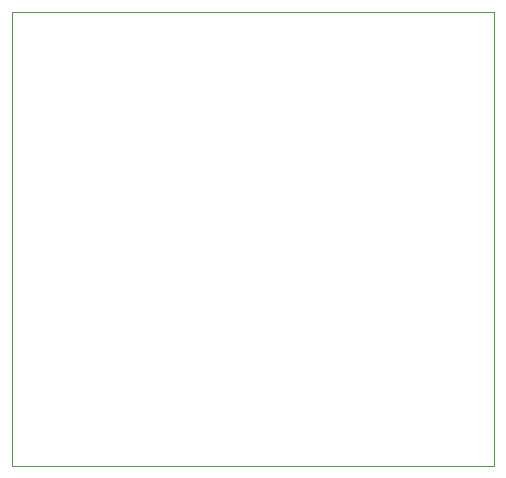
<source format=gbr>
%TF.GenerationSoftware,KiCad,Pcbnew,8.0.5*%
%TF.CreationDate,2024-11-24T21:55:43-06:00*%
%TF.ProjectId,moisture_sensor,6d6f6973-7475-4726-955f-73656e736f72,rev?*%
%TF.SameCoordinates,Original*%
%TF.FileFunction,Profile,NP*%
%FSLAX46Y46*%
G04 Gerber Fmt 4.6, Leading zero omitted, Abs format (unit mm)*
G04 Created by KiCad (PCBNEW 8.0.5) date 2024-11-24 21:55:43*
%MOMM*%
%LPD*%
G01*
G04 APERTURE LIST*
%TA.AperFunction,Profile*%
%ADD10C,0.050000*%
%TD*%
G04 APERTURE END LIST*
D10*
X119000000Y-68000000D02*
X159750000Y-68000000D01*
X159750000Y-106500000D01*
X119000000Y-106500000D01*
X119000000Y-68000000D01*
M02*

</source>
